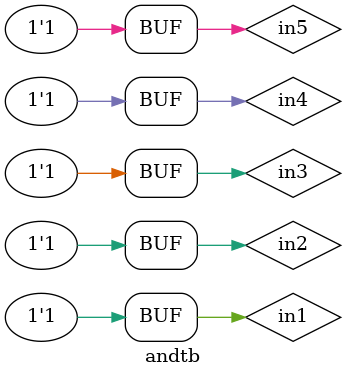
<source format=v>
module andg1(in1,in2,in3,in4,in5,out);
input in1,in2,in3,in4,in5;
output out;
and a1(out, in1,in2,in3,in4,in5);
endmodule

module andtb;
reg in1,in2,in3,in4,in5;
wire out;
andg1 i(in1,in2,in3,in4,in5,out);
initial
begin
    in1=1'b0;in2=1'b0;in3=1'b0;in4=1'b0;in5=1'b0;
    $monitor("time:%0t in=%b%b%b%b%b out=%b",$time,in1,in2,in3,in4,in5,out);
    #5 in1=1'b0; in2=1'b0;in3=1'b0; in4=1'b0; in5=1'b0;
    #5 in1=1'b0; in2=1'b0;in3=1'b1; in4=1'b0; in5=1'b1;
    #5 in1=1'b1; in2=1'b1;in3=1'b1; in4=1'b1; in5=1'b1;
end
endmodule

</source>
